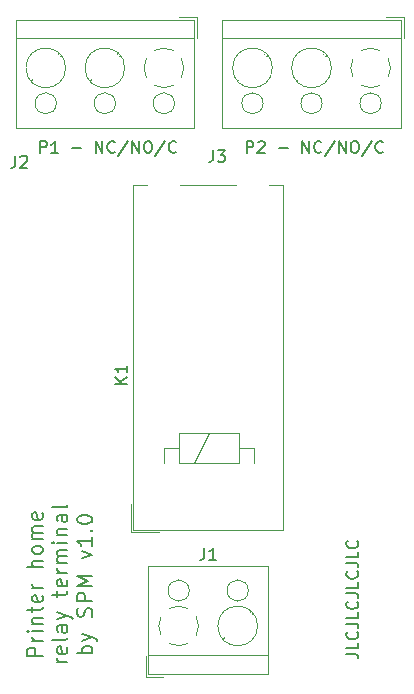
<source format=gto>
%TF.GenerationSoftware,KiCad,Pcbnew,5.1.9*%
%TF.CreationDate,2021-02-07T17:47:43+01:00*%
%TF.ProjectId,relay_terminal,72656c61-795f-4746-9572-6d696e616c2e,rev?*%
%TF.SameCoordinates,Original*%
%TF.FileFunction,Legend,Top*%
%TF.FilePolarity,Positive*%
%FSLAX46Y46*%
G04 Gerber Fmt 4.6, Leading zero omitted, Abs format (unit mm)*
G04 Created by KiCad (PCBNEW 5.1.9) date 2021-02-07 17:47:43*
%MOMM*%
%LPD*%
G01*
G04 APERTURE LIST*
%ADD10C,0.150000*%
%ADD11C,0.120000*%
G04 APERTURE END LIST*
D10*
X156452380Y-87619047D02*
X157166666Y-87619047D01*
X157309523Y-87666666D01*
X157404761Y-87761904D01*
X157452380Y-87904761D01*
X157452380Y-88000000D01*
X157452380Y-86666666D02*
X157452380Y-87142857D01*
X156452380Y-87142857D01*
X157357142Y-85761904D02*
X157404761Y-85809523D01*
X157452380Y-85952380D01*
X157452380Y-86047619D01*
X157404761Y-86190476D01*
X157309523Y-86285714D01*
X157214285Y-86333333D01*
X157023809Y-86380952D01*
X156880952Y-86380952D01*
X156690476Y-86333333D01*
X156595238Y-86285714D01*
X156500000Y-86190476D01*
X156452380Y-86047619D01*
X156452380Y-85952380D01*
X156500000Y-85809523D01*
X156547619Y-85761904D01*
X156452380Y-85047619D02*
X157166666Y-85047619D01*
X157309523Y-85095238D01*
X157404761Y-85190476D01*
X157452380Y-85333333D01*
X157452380Y-85428571D01*
X157452380Y-84095238D02*
X157452380Y-84571428D01*
X156452380Y-84571428D01*
X157357142Y-83190476D02*
X157404761Y-83238095D01*
X157452380Y-83380952D01*
X157452380Y-83476190D01*
X157404761Y-83619047D01*
X157309523Y-83714285D01*
X157214285Y-83761904D01*
X157023809Y-83809523D01*
X156880952Y-83809523D01*
X156690476Y-83761904D01*
X156595238Y-83714285D01*
X156500000Y-83619047D01*
X156452380Y-83476190D01*
X156452380Y-83380952D01*
X156500000Y-83238095D01*
X156547619Y-83190476D01*
X156452380Y-82476190D02*
X157166666Y-82476190D01*
X157309523Y-82523809D01*
X157404761Y-82619047D01*
X157452380Y-82761904D01*
X157452380Y-82857142D01*
X157452380Y-81523809D02*
X157452380Y-82000000D01*
X156452380Y-82000000D01*
X157357142Y-80619047D02*
X157404761Y-80666666D01*
X157452380Y-80809523D01*
X157452380Y-80904761D01*
X157404761Y-81047619D01*
X157309523Y-81142857D01*
X157214285Y-81190476D01*
X157023809Y-81238095D01*
X156880952Y-81238095D01*
X156690476Y-81190476D01*
X156595238Y-81142857D01*
X156500000Y-81047619D01*
X156452380Y-80904761D01*
X156452380Y-80809523D01*
X156500000Y-80666666D01*
X156547619Y-80619047D01*
X156452380Y-79904761D02*
X157166666Y-79904761D01*
X157309523Y-79952380D01*
X157404761Y-80047619D01*
X157452380Y-80190476D01*
X157452380Y-80285714D01*
X157452380Y-78952380D02*
X157452380Y-79428571D01*
X156452380Y-79428571D01*
X157357142Y-78047619D02*
X157404761Y-78095238D01*
X157452380Y-78238095D01*
X157452380Y-78333333D01*
X157404761Y-78476190D01*
X157309523Y-78571428D01*
X157214285Y-78619047D01*
X157023809Y-78666666D01*
X156880952Y-78666666D01*
X156690476Y-78619047D01*
X156595238Y-78571428D01*
X156500000Y-78476190D01*
X156452380Y-78333333D01*
X156452380Y-78238095D01*
X156500000Y-78095238D01*
X156547619Y-78047619D01*
X130738095Y-87816666D02*
X129438095Y-87816666D01*
X129438095Y-87321428D01*
X129500000Y-87197619D01*
X129561904Y-87135714D01*
X129685714Y-87073809D01*
X129871428Y-87073809D01*
X129995238Y-87135714D01*
X130057142Y-87197619D01*
X130119047Y-87321428D01*
X130119047Y-87816666D01*
X130738095Y-86516666D02*
X129871428Y-86516666D01*
X130119047Y-86516666D02*
X129995238Y-86454761D01*
X129933333Y-86392857D01*
X129871428Y-86269047D01*
X129871428Y-86145238D01*
X130738095Y-85711904D02*
X129871428Y-85711904D01*
X129438095Y-85711904D02*
X129500000Y-85773809D01*
X129561904Y-85711904D01*
X129500000Y-85650000D01*
X129438095Y-85711904D01*
X129561904Y-85711904D01*
X129871428Y-85092857D02*
X130738095Y-85092857D01*
X129995238Y-85092857D02*
X129933333Y-85030952D01*
X129871428Y-84907142D01*
X129871428Y-84721428D01*
X129933333Y-84597619D01*
X130057142Y-84535714D01*
X130738095Y-84535714D01*
X129871428Y-84102380D02*
X129871428Y-83607142D01*
X129438095Y-83916666D02*
X130552380Y-83916666D01*
X130676190Y-83854761D01*
X130738095Y-83730952D01*
X130738095Y-83607142D01*
X130676190Y-82678571D02*
X130738095Y-82802380D01*
X130738095Y-83050000D01*
X130676190Y-83173809D01*
X130552380Y-83235714D01*
X130057142Y-83235714D01*
X129933333Y-83173809D01*
X129871428Y-83050000D01*
X129871428Y-82802380D01*
X129933333Y-82678571D01*
X130057142Y-82616666D01*
X130180952Y-82616666D01*
X130304761Y-83235714D01*
X130738095Y-82059523D02*
X129871428Y-82059523D01*
X130119047Y-82059523D02*
X129995238Y-81997619D01*
X129933333Y-81935714D01*
X129871428Y-81811904D01*
X129871428Y-81688095D01*
X130738095Y-80264285D02*
X129438095Y-80264285D01*
X130738095Y-79707142D02*
X130057142Y-79707142D01*
X129933333Y-79769047D01*
X129871428Y-79892857D01*
X129871428Y-80078571D01*
X129933333Y-80202380D01*
X129995238Y-80264285D01*
X130738095Y-78902380D02*
X130676190Y-79026190D01*
X130614285Y-79088095D01*
X130490476Y-79150000D01*
X130119047Y-79150000D01*
X129995238Y-79088095D01*
X129933333Y-79026190D01*
X129871428Y-78902380D01*
X129871428Y-78716666D01*
X129933333Y-78592857D01*
X129995238Y-78530952D01*
X130119047Y-78469047D01*
X130490476Y-78469047D01*
X130614285Y-78530952D01*
X130676190Y-78592857D01*
X130738095Y-78716666D01*
X130738095Y-78902380D01*
X130738095Y-77911904D02*
X129871428Y-77911904D01*
X129995238Y-77911904D02*
X129933333Y-77850000D01*
X129871428Y-77726190D01*
X129871428Y-77540476D01*
X129933333Y-77416666D01*
X130057142Y-77354761D01*
X130738095Y-77354761D01*
X130057142Y-77354761D02*
X129933333Y-77292857D01*
X129871428Y-77169047D01*
X129871428Y-76983333D01*
X129933333Y-76859523D01*
X130057142Y-76797619D01*
X130738095Y-76797619D01*
X130676190Y-75683333D02*
X130738095Y-75807142D01*
X130738095Y-76054761D01*
X130676190Y-76178571D01*
X130552380Y-76240476D01*
X130057142Y-76240476D01*
X129933333Y-76178571D01*
X129871428Y-76054761D01*
X129871428Y-75807142D01*
X129933333Y-75683333D01*
X130057142Y-75621428D01*
X130180952Y-75621428D01*
X130304761Y-76240476D01*
X132838095Y-88342857D02*
X131971428Y-88342857D01*
X132219047Y-88342857D02*
X132095238Y-88280952D01*
X132033333Y-88219047D01*
X131971428Y-88095238D01*
X131971428Y-87971428D01*
X132776190Y-87042857D02*
X132838095Y-87166666D01*
X132838095Y-87414285D01*
X132776190Y-87538095D01*
X132652380Y-87600000D01*
X132157142Y-87600000D01*
X132033333Y-87538095D01*
X131971428Y-87414285D01*
X131971428Y-87166666D01*
X132033333Y-87042857D01*
X132157142Y-86980952D01*
X132280952Y-86980952D01*
X132404761Y-87600000D01*
X132838095Y-86238095D02*
X132776190Y-86361904D01*
X132652380Y-86423809D01*
X131538095Y-86423809D01*
X132838095Y-85185714D02*
X132157142Y-85185714D01*
X132033333Y-85247619D01*
X131971428Y-85371428D01*
X131971428Y-85619047D01*
X132033333Y-85742857D01*
X132776190Y-85185714D02*
X132838095Y-85309523D01*
X132838095Y-85619047D01*
X132776190Y-85742857D01*
X132652380Y-85804761D01*
X132528571Y-85804761D01*
X132404761Y-85742857D01*
X132342857Y-85619047D01*
X132342857Y-85309523D01*
X132280952Y-85185714D01*
X131971428Y-84690476D02*
X132838095Y-84380952D01*
X131971428Y-84071428D02*
X132838095Y-84380952D01*
X133147619Y-84504761D01*
X133209523Y-84566666D01*
X133271428Y-84690476D01*
X131971428Y-82771428D02*
X131971428Y-82276190D01*
X131538095Y-82585714D02*
X132652380Y-82585714D01*
X132776190Y-82523809D01*
X132838095Y-82400000D01*
X132838095Y-82276190D01*
X132776190Y-81347619D02*
X132838095Y-81471428D01*
X132838095Y-81719047D01*
X132776190Y-81842857D01*
X132652380Y-81904761D01*
X132157142Y-81904761D01*
X132033333Y-81842857D01*
X131971428Y-81719047D01*
X131971428Y-81471428D01*
X132033333Y-81347619D01*
X132157142Y-81285714D01*
X132280952Y-81285714D01*
X132404761Y-81904761D01*
X132838095Y-80728571D02*
X131971428Y-80728571D01*
X132219047Y-80728571D02*
X132095238Y-80666666D01*
X132033333Y-80604761D01*
X131971428Y-80480952D01*
X131971428Y-80357142D01*
X132838095Y-79923809D02*
X131971428Y-79923809D01*
X132095238Y-79923809D02*
X132033333Y-79861904D01*
X131971428Y-79738095D01*
X131971428Y-79552380D01*
X132033333Y-79428571D01*
X132157142Y-79366666D01*
X132838095Y-79366666D01*
X132157142Y-79366666D02*
X132033333Y-79304761D01*
X131971428Y-79180952D01*
X131971428Y-78995238D01*
X132033333Y-78871428D01*
X132157142Y-78809523D01*
X132838095Y-78809523D01*
X132838095Y-78190476D02*
X131971428Y-78190476D01*
X131538095Y-78190476D02*
X131600000Y-78252380D01*
X131661904Y-78190476D01*
X131600000Y-78128571D01*
X131538095Y-78190476D01*
X131661904Y-78190476D01*
X131971428Y-77571428D02*
X132838095Y-77571428D01*
X132095238Y-77571428D02*
X132033333Y-77509523D01*
X131971428Y-77385714D01*
X131971428Y-77200000D01*
X132033333Y-77076190D01*
X132157142Y-77014285D01*
X132838095Y-77014285D01*
X132838095Y-75838095D02*
X132157142Y-75838095D01*
X132033333Y-75900000D01*
X131971428Y-76023809D01*
X131971428Y-76271428D01*
X132033333Y-76395238D01*
X132776190Y-75838095D02*
X132838095Y-75961904D01*
X132838095Y-76271428D01*
X132776190Y-76395238D01*
X132652380Y-76457142D01*
X132528571Y-76457142D01*
X132404761Y-76395238D01*
X132342857Y-76271428D01*
X132342857Y-75961904D01*
X132280952Y-75838095D01*
X132838095Y-75033333D02*
X132776190Y-75157142D01*
X132652380Y-75219047D01*
X131538095Y-75219047D01*
X134938095Y-87569047D02*
X133638095Y-87569047D01*
X134133333Y-87569047D02*
X134071428Y-87445238D01*
X134071428Y-87197619D01*
X134133333Y-87073809D01*
X134195238Y-87011904D01*
X134319047Y-86950000D01*
X134690476Y-86950000D01*
X134814285Y-87011904D01*
X134876190Y-87073809D01*
X134938095Y-87197619D01*
X134938095Y-87445238D01*
X134876190Y-87569047D01*
X134071428Y-86516666D02*
X134938095Y-86207142D01*
X134071428Y-85897619D02*
X134938095Y-86207142D01*
X135247619Y-86330952D01*
X135309523Y-86392857D01*
X135371428Y-86516666D01*
X134876190Y-84473809D02*
X134938095Y-84288095D01*
X134938095Y-83978571D01*
X134876190Y-83854761D01*
X134814285Y-83792857D01*
X134690476Y-83730952D01*
X134566666Y-83730952D01*
X134442857Y-83792857D01*
X134380952Y-83854761D01*
X134319047Y-83978571D01*
X134257142Y-84226190D01*
X134195238Y-84350000D01*
X134133333Y-84411904D01*
X134009523Y-84473809D01*
X133885714Y-84473809D01*
X133761904Y-84411904D01*
X133700000Y-84350000D01*
X133638095Y-84226190D01*
X133638095Y-83916666D01*
X133700000Y-83730952D01*
X134938095Y-83173809D02*
X133638095Y-83173809D01*
X133638095Y-82678571D01*
X133700000Y-82554761D01*
X133761904Y-82492857D01*
X133885714Y-82430952D01*
X134071428Y-82430952D01*
X134195238Y-82492857D01*
X134257142Y-82554761D01*
X134319047Y-82678571D01*
X134319047Y-83173809D01*
X134938095Y-81873809D02*
X133638095Y-81873809D01*
X134566666Y-81440476D01*
X133638095Y-81007142D01*
X134938095Y-81007142D01*
X134071428Y-79521428D02*
X134938095Y-79211904D01*
X134071428Y-78902380D01*
X134938095Y-77726190D02*
X134938095Y-78469047D01*
X134938095Y-78097619D02*
X133638095Y-78097619D01*
X133823809Y-78221428D01*
X133947619Y-78345238D01*
X134009523Y-78469047D01*
X134814285Y-77169047D02*
X134876190Y-77107142D01*
X134938095Y-77169047D01*
X134876190Y-77230952D01*
X134814285Y-77169047D01*
X134938095Y-77169047D01*
X133638095Y-76302380D02*
X133638095Y-76178571D01*
X133700000Y-76054761D01*
X133761904Y-75992857D01*
X133885714Y-75930952D01*
X134133333Y-75869047D01*
X134442857Y-75869047D01*
X134690476Y-75930952D01*
X134814285Y-75992857D01*
X134876190Y-76054761D01*
X134938095Y-76178571D01*
X134938095Y-76302380D01*
X134876190Y-76426190D01*
X134814285Y-76488095D01*
X134690476Y-76550000D01*
X134442857Y-76611904D01*
X134133333Y-76611904D01*
X133885714Y-76550000D01*
X133761904Y-76488095D01*
X133700000Y-76426190D01*
X133638095Y-76302380D01*
X148011904Y-45202380D02*
X148011904Y-44202380D01*
X148392857Y-44202380D01*
X148488095Y-44250000D01*
X148535714Y-44297619D01*
X148583333Y-44392857D01*
X148583333Y-44535714D01*
X148535714Y-44630952D01*
X148488095Y-44678571D01*
X148392857Y-44726190D01*
X148011904Y-44726190D01*
X148964285Y-44297619D02*
X149011904Y-44250000D01*
X149107142Y-44202380D01*
X149345238Y-44202380D01*
X149440476Y-44250000D01*
X149488095Y-44297619D01*
X149535714Y-44392857D01*
X149535714Y-44488095D01*
X149488095Y-44630952D01*
X148916666Y-45202380D01*
X149535714Y-45202380D01*
X150726190Y-44821428D02*
X151488095Y-44821428D01*
X152726190Y-45202380D02*
X152726190Y-44202380D01*
X153297619Y-45202380D01*
X153297619Y-44202380D01*
X154345238Y-45107142D02*
X154297619Y-45154761D01*
X154154761Y-45202380D01*
X154059523Y-45202380D01*
X153916666Y-45154761D01*
X153821428Y-45059523D01*
X153773809Y-44964285D01*
X153726190Y-44773809D01*
X153726190Y-44630952D01*
X153773809Y-44440476D01*
X153821428Y-44345238D01*
X153916666Y-44250000D01*
X154059523Y-44202380D01*
X154154761Y-44202380D01*
X154297619Y-44250000D01*
X154345238Y-44297619D01*
X155488095Y-44154761D02*
X154630952Y-45440476D01*
X155821428Y-45202380D02*
X155821428Y-44202380D01*
X156392857Y-45202380D01*
X156392857Y-44202380D01*
X157059523Y-44202380D02*
X157250000Y-44202380D01*
X157345238Y-44250000D01*
X157440476Y-44345238D01*
X157488095Y-44535714D01*
X157488095Y-44869047D01*
X157440476Y-45059523D01*
X157345238Y-45154761D01*
X157250000Y-45202380D01*
X157059523Y-45202380D01*
X156964285Y-45154761D01*
X156869047Y-45059523D01*
X156821428Y-44869047D01*
X156821428Y-44535714D01*
X156869047Y-44345238D01*
X156964285Y-44250000D01*
X157059523Y-44202380D01*
X158630952Y-44154761D02*
X157773809Y-45440476D01*
X159535714Y-45107142D02*
X159488095Y-45154761D01*
X159345238Y-45202380D01*
X159250000Y-45202380D01*
X159107142Y-45154761D01*
X159011904Y-45059523D01*
X158964285Y-44964285D01*
X158916666Y-44773809D01*
X158916666Y-44630952D01*
X158964285Y-44440476D01*
X159011904Y-44345238D01*
X159107142Y-44250000D01*
X159250000Y-44202380D01*
X159345238Y-44202380D01*
X159488095Y-44250000D01*
X159535714Y-44297619D01*
X130511904Y-45202380D02*
X130511904Y-44202380D01*
X130892857Y-44202380D01*
X130988095Y-44250000D01*
X131035714Y-44297619D01*
X131083333Y-44392857D01*
X131083333Y-44535714D01*
X131035714Y-44630952D01*
X130988095Y-44678571D01*
X130892857Y-44726190D01*
X130511904Y-44726190D01*
X132035714Y-45202380D02*
X131464285Y-45202380D01*
X131750000Y-45202380D02*
X131750000Y-44202380D01*
X131654761Y-44345238D01*
X131559523Y-44440476D01*
X131464285Y-44488095D01*
X133226190Y-44821428D02*
X133988095Y-44821428D01*
X135226190Y-45202380D02*
X135226190Y-44202380D01*
X135797619Y-45202380D01*
X135797619Y-44202380D01*
X136845238Y-45107142D02*
X136797619Y-45154761D01*
X136654761Y-45202380D01*
X136559523Y-45202380D01*
X136416666Y-45154761D01*
X136321428Y-45059523D01*
X136273809Y-44964285D01*
X136226190Y-44773809D01*
X136226190Y-44630952D01*
X136273809Y-44440476D01*
X136321428Y-44345238D01*
X136416666Y-44250000D01*
X136559523Y-44202380D01*
X136654761Y-44202380D01*
X136797619Y-44250000D01*
X136845238Y-44297619D01*
X137988095Y-44154761D02*
X137130952Y-45440476D01*
X138321428Y-45202380D02*
X138321428Y-44202380D01*
X138892857Y-45202380D01*
X138892857Y-44202380D01*
X139559523Y-44202380D02*
X139750000Y-44202380D01*
X139845238Y-44250000D01*
X139940476Y-44345238D01*
X139988095Y-44535714D01*
X139988095Y-44869047D01*
X139940476Y-45059523D01*
X139845238Y-45154761D01*
X139750000Y-45202380D01*
X139559523Y-45202380D01*
X139464285Y-45154761D01*
X139369047Y-45059523D01*
X139321428Y-44869047D01*
X139321428Y-44535714D01*
X139369047Y-44345238D01*
X139464285Y-44250000D01*
X139559523Y-44202380D01*
X141130952Y-44154761D02*
X140273809Y-45440476D01*
X142035714Y-45107142D02*
X141988095Y-45154761D01*
X141845238Y-45202380D01*
X141750000Y-45202380D01*
X141607142Y-45154761D01*
X141511904Y-45059523D01*
X141464285Y-44964285D01*
X141416666Y-44773809D01*
X141416666Y-44630952D01*
X141464285Y-44440476D01*
X141511904Y-44345238D01*
X141607142Y-44250000D01*
X141750000Y-44202380D01*
X141845238Y-44202380D01*
X141988095Y-44250000D01*
X142035714Y-44297619D01*
D11*
%TO.C,K1*%
X140600000Y-77300000D02*
X138200000Y-77300000D01*
X138200000Y-74900000D02*
X138200000Y-77300000D01*
X151100000Y-77100000D02*
X138400000Y-77100000D01*
X151100000Y-47900000D02*
X151100000Y-77100000D01*
X149900000Y-47900000D02*
X151100000Y-47900000D01*
X142400000Y-47900000D02*
X147100000Y-47900000D01*
X138400000Y-47900000D02*
X139600000Y-47900000D01*
X138400000Y-77100000D02*
X138400000Y-47900000D01*
X143540000Y-71460000D02*
X144810000Y-68920000D01*
X147350000Y-70190000D02*
X148620000Y-70190000D01*
X148620000Y-70190000D02*
X148620000Y-71460000D01*
X141000000Y-71460000D02*
X141000000Y-70190000D01*
X141000000Y-70190000D02*
X142270000Y-70190000D01*
X142270000Y-70190000D02*
X142270000Y-68920000D01*
X142270000Y-68920000D02*
X147350000Y-68920000D01*
X147350000Y-68920000D02*
X147350000Y-71460000D01*
X147350000Y-71460000D02*
X142270000Y-71460000D01*
X142270000Y-71460000D02*
X142270000Y-70190000D01*
%TO.C,J3*%
X158470617Y-36319550D02*
G75*
G02*
X159289000Y-36516000I29383J-1680450D01*
G01*
X159983953Y-37210912D02*
G75*
G02*
X159984000Y-38789000I-1483953J-789088D01*
G01*
X159289088Y-39483953D02*
G75*
G02*
X157711000Y-39484000I-789088J1483953D01*
G01*
X157016047Y-38789088D02*
G75*
G02*
X157016000Y-37211000I1483953J789088D01*
G01*
X157711288Y-36516648D02*
G75*
G02*
X158500000Y-36320000I788712J-1483352D01*
G01*
X159400000Y-41000000D02*
G75*
G03*
X159400000Y-41000000I-900000J0D01*
G01*
X155180000Y-38000000D02*
G75*
G03*
X155180000Y-38000000I-1680000J0D01*
G01*
X154400000Y-41000000D02*
G75*
G03*
X154400000Y-41000000I-900000J0D01*
G01*
X150180000Y-38000000D02*
G75*
G03*
X150180000Y-38000000I-1680000J0D01*
G01*
X149400000Y-41000000D02*
G75*
G03*
X149400000Y-41000000I-900000J0D01*
G01*
X161060000Y-35500000D02*
X145940000Y-35500000D01*
X161060000Y-43060000D02*
X145940000Y-43060000D01*
X161060000Y-33940000D02*
X145940000Y-33940000D01*
X161060000Y-43060000D02*
X161060000Y-33940000D01*
X145940000Y-43060000D02*
X145940000Y-33940000D01*
X152225000Y-39069000D02*
X152319000Y-38976000D01*
X154510000Y-36784000D02*
X154569000Y-36726000D01*
X152430000Y-39275000D02*
X152489000Y-39216000D01*
X154680000Y-37024000D02*
X154774000Y-36931000D01*
X147225000Y-39069000D02*
X147319000Y-38976000D01*
X149510000Y-36784000D02*
X149569000Y-36726000D01*
X147430000Y-39275000D02*
X147489000Y-39216000D01*
X149680000Y-37024000D02*
X149774000Y-36931000D01*
X161300000Y-35440000D02*
X161300000Y-33700000D01*
X161300000Y-33700000D02*
X159800000Y-33700000D01*
%TO.C,J2*%
X140970617Y-36319550D02*
G75*
G02*
X141789000Y-36516000I29383J-1680450D01*
G01*
X142483953Y-37210912D02*
G75*
G02*
X142484000Y-38789000I-1483953J-789088D01*
G01*
X141789088Y-39483953D02*
G75*
G02*
X140211000Y-39484000I-789088J1483953D01*
G01*
X139516047Y-38789088D02*
G75*
G02*
X139516000Y-37211000I1483953J789088D01*
G01*
X140211288Y-36516648D02*
G75*
G02*
X141000000Y-36320000I788712J-1483352D01*
G01*
X141900000Y-41000000D02*
G75*
G03*
X141900000Y-41000000I-900000J0D01*
G01*
X137680000Y-38000000D02*
G75*
G03*
X137680000Y-38000000I-1680000J0D01*
G01*
X136900000Y-41000000D02*
G75*
G03*
X136900000Y-41000000I-900000J0D01*
G01*
X132680000Y-38000000D02*
G75*
G03*
X132680000Y-38000000I-1680000J0D01*
G01*
X131900000Y-41000000D02*
G75*
G03*
X131900000Y-41000000I-900000J0D01*
G01*
X143560000Y-35500000D02*
X128440000Y-35500000D01*
X143560000Y-43060000D02*
X128440000Y-43060000D01*
X143560000Y-33940000D02*
X128440000Y-33940000D01*
X143560000Y-43060000D02*
X143560000Y-33940000D01*
X128440000Y-43060000D02*
X128440000Y-33940000D01*
X134725000Y-39069000D02*
X134819000Y-38976000D01*
X137010000Y-36784000D02*
X137069000Y-36726000D01*
X134930000Y-39275000D02*
X134989000Y-39216000D01*
X137180000Y-37024000D02*
X137274000Y-36931000D01*
X129725000Y-39069000D02*
X129819000Y-38976000D01*
X132010000Y-36784000D02*
X132069000Y-36726000D01*
X129930000Y-39275000D02*
X129989000Y-39216000D01*
X132180000Y-37024000D02*
X132274000Y-36931000D01*
X143800000Y-35440000D02*
X143800000Y-33700000D01*
X143800000Y-33700000D02*
X142300000Y-33700000D01*
%TO.C,J1*%
X142279383Y-86930450D02*
G75*
G02*
X141461000Y-86734000I-29383J1680450D01*
G01*
X140766047Y-86039088D02*
G75*
G02*
X140766000Y-84461000I1483953J789088D01*
G01*
X141460912Y-83766047D02*
G75*
G02*
X143039000Y-83766000I789088J-1483953D01*
G01*
X143733953Y-84460912D02*
G75*
G02*
X143734000Y-86039000I-1483953J-789088D01*
G01*
X143038712Y-86733352D02*
G75*
G02*
X142250000Y-86930000I-788712J1483352D01*
G01*
X143150000Y-82250000D02*
G75*
G03*
X143150000Y-82250000I-900000J0D01*
G01*
X148930000Y-85250000D02*
G75*
G03*
X148930000Y-85250000I-1680000J0D01*
G01*
X148150000Y-82250000D02*
G75*
G03*
X148150000Y-82250000I-900000J0D01*
G01*
X139690000Y-87750000D02*
X149810000Y-87750000D01*
X139690000Y-80190000D02*
X149810000Y-80190000D01*
X139690000Y-89310000D02*
X149810000Y-89310000D01*
X139690000Y-80190000D02*
X139690000Y-89310000D01*
X149810000Y-80190000D02*
X149810000Y-89310000D01*
X148525000Y-84181000D02*
X148431000Y-84274000D01*
X146240000Y-86466000D02*
X146181000Y-86524000D01*
X148320000Y-83975000D02*
X148261000Y-84034000D01*
X146070000Y-86226000D02*
X145976000Y-86319000D01*
X139450000Y-87810000D02*
X139450000Y-89550000D01*
X139450000Y-89550000D02*
X140950000Y-89550000D01*
%TO.C,K1*%
D10*
X137852380Y-64738095D02*
X136852380Y-64738095D01*
X137852380Y-64166666D02*
X137280952Y-64595238D01*
X136852380Y-64166666D02*
X137423809Y-64738095D01*
X137852380Y-63214285D02*
X137852380Y-63785714D01*
X137852380Y-63500000D02*
X136852380Y-63500000D01*
X136995238Y-63595238D01*
X137090476Y-63690476D01*
X137138095Y-63785714D01*
%TO.C,J3*%
X145166666Y-44952380D02*
X145166666Y-45666666D01*
X145119047Y-45809523D01*
X145023809Y-45904761D01*
X144880952Y-45952380D01*
X144785714Y-45952380D01*
X145547619Y-44952380D02*
X146166666Y-44952380D01*
X145833333Y-45333333D01*
X145976190Y-45333333D01*
X146071428Y-45380952D01*
X146119047Y-45428571D01*
X146166666Y-45523809D01*
X146166666Y-45761904D01*
X146119047Y-45857142D01*
X146071428Y-45904761D01*
X145976190Y-45952380D01*
X145690476Y-45952380D01*
X145595238Y-45904761D01*
X145547619Y-45857142D01*
%TO.C,J2*%
X128416666Y-45452380D02*
X128416666Y-46166666D01*
X128369047Y-46309523D01*
X128273809Y-46404761D01*
X128130952Y-46452380D01*
X128035714Y-46452380D01*
X128845238Y-45547619D02*
X128892857Y-45500000D01*
X128988095Y-45452380D01*
X129226190Y-45452380D01*
X129321428Y-45500000D01*
X129369047Y-45547619D01*
X129416666Y-45642857D01*
X129416666Y-45738095D01*
X129369047Y-45880952D01*
X128797619Y-46452380D01*
X129416666Y-46452380D01*
%TO.C,J1*%
X144416666Y-78642380D02*
X144416666Y-79356666D01*
X144369047Y-79499523D01*
X144273809Y-79594761D01*
X144130952Y-79642380D01*
X144035714Y-79642380D01*
X145416666Y-79642380D02*
X144845238Y-79642380D01*
X145130952Y-79642380D02*
X145130952Y-78642380D01*
X145035714Y-78785238D01*
X144940476Y-78880476D01*
X144845238Y-78928095D01*
%TD*%
M02*

</source>
